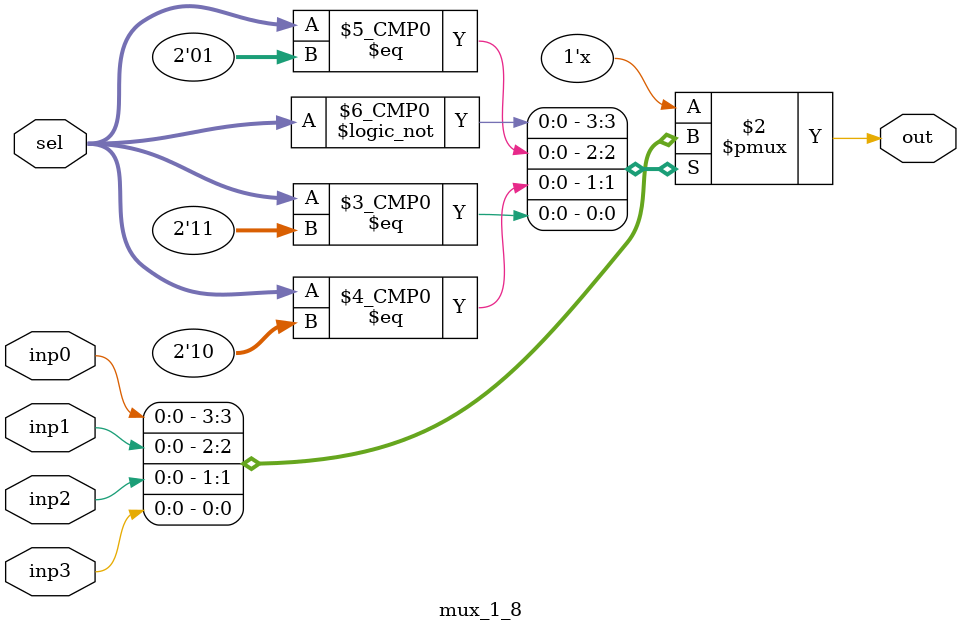
<source format=v>
module mux_1_8(inp0, inp1, inp2, inp3, sel, out); 

	output reg out;
	input  inp0, inp1, inp2, inp3;
	input  [1:0] sel;
	
	always@(inp0 or inp1 or inp2 or inp3 or sel) begin
		case(sel)
			0: out = inp0;
			1: out = inp1;
			2: out = inp2;
			3: out = inp3;
		endcase
	end
	
endmodule
</source>
